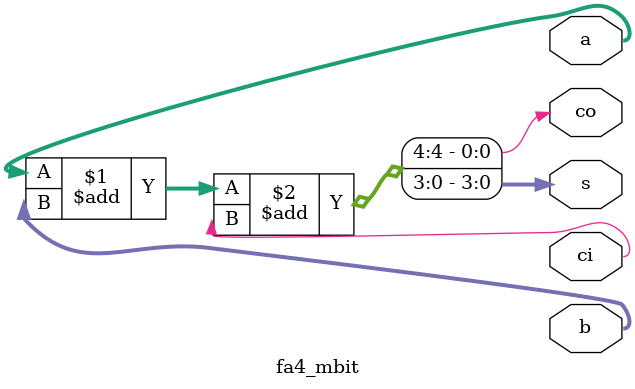
<source format=v>
module fa_dataflow( s, co, a, b, ci);

	output co;
	output s;

	input a;
	input b;
	input ci;

	assign s= (~a&~b&ci)|(~a&b&~ci)|(a&b&ci)|(a&~b&~ci);
	assign co= (a&b)|(b&ci)|(a&ci);
endmodule

module fa_behavior( s, co, a, b, ci );

	output co;
	output s;

	input a;
	input b;
	input ci;

	reg s;
	reg co;

	always@(ci, a, b ) begin
		s= (~a&~b&ci)|(~a&b&~ci)|(a&b&ci)|(a&~b&~ci);
		co= (a&b)|(b&ci)|(a&ci);
	end
endmodule


module fa_case( s, co, a, b, ci );


	output co;
	output s;

	input a;
	input b;
	input ci;
		
	reg s;
	reg co;

	always@(ci, a, b) begin
		case( {ci, a, b} )
		3'b000 : {co, s}= 2'b00 ;
		3'b001 : {co, s}= 2'b01 ;
		3'b010 : {co, s}= 2'b01 ;
		3'b011 : {co, s}= 2'b10 ;
		3'b100 : {co, s}= 2'b01 ;
		3'b101 : {co, s}= 2'b10 ;
		3'b110 : {co, s}= 2'b10 ;
		3'b111 : {co, s}= 2'b11 ;
		endcase

	end
endmodule

module fa4_inst( s, co, a, b, ci);

	output [3:0] s;
	output co;
	output [3:0] a;
	output [3:0] b;
	output ci; 
	
	wire [2:0] carry;

	fa fa_u0( .s(s[0]), .co(carry[0]), .a(a[0]), .b(b[0]), .ci(ci));
	fa fa_u1( .s(s[1]), .co(carry[1]), .a(a[1]), .b(b[1]), .ci(carry[0]));
	fa fa_u2( .s(s[2]), .co(carry[2]), .a(a[2]), .b(b[2]), .ci(carry[1]));
	fa fa_u3( .s(s[3]), .co(co), .a(a[3]), .b(b[3]), .ci(carry[2]));

endmodule

module fa4_mbit( s, co, a, b, ci);
	
	output [3:0] s;
	output co;
	output [3:0] a;
	output [3:0] b;
	output ci; 
	
	assign {co, s}= a+b+ci;
endmodule



</source>
